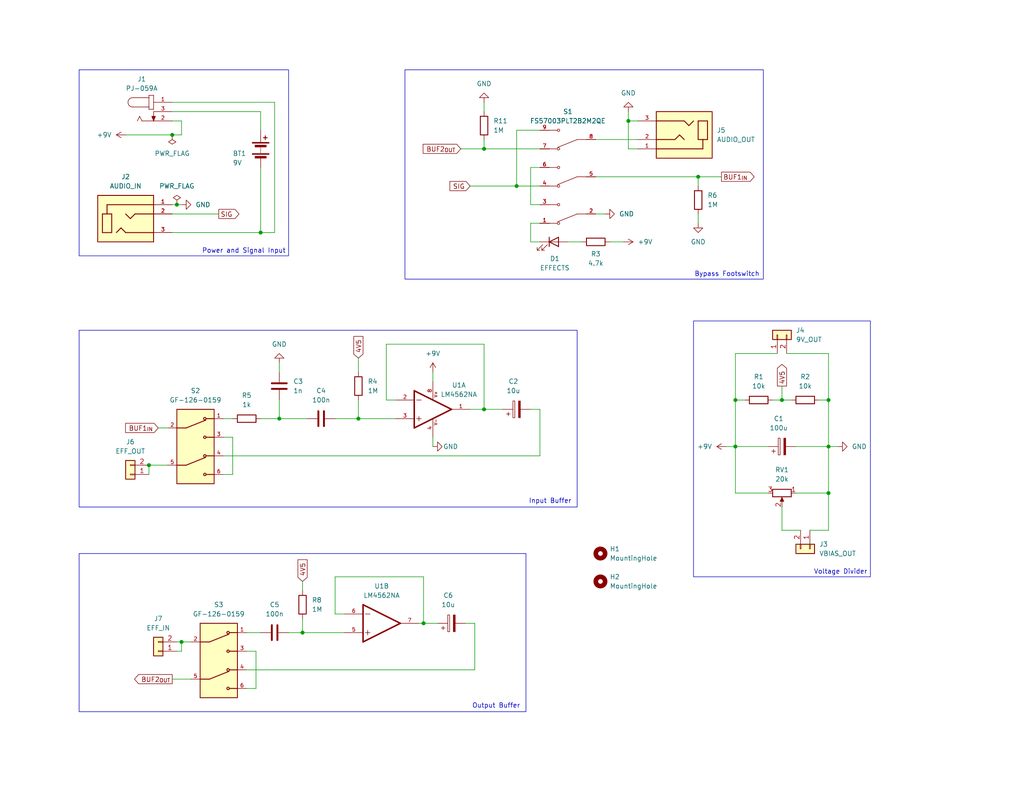
<source format=kicad_sch>
(kicad_sch (version 20231120) (generator "eeschema") (generator_version "8.0")
  (paper "USLetter")
  (title_block (title "ToanBread guitar pedal protyping platform ") (rev "v0.3") (company "Ghost Wrench, LLC"))
  (lib_symbols
    (symbol "Connector_Generic:Conn_01x02" (pin_names (offset 1.016) hide)
      (property "Reference" "J" (at 0 2.54 0))
      (property "Value" "Conn_01x02" (at 0 -5.08 0))
      (symbol "Conn_01x02_1_1"
        (rectangle (start -1.27 -2.413) (end 0 -2.667) (stroke (width 0.1524)))
        (rectangle (start -1.27 0.127) (end 0 -0.127) (stroke (width 0.1524)))
        (rectangle (start -1.27 1.27) (end 1.27 -3.81) (stroke (width 0.254)) (fill (type background)))
        (pin passive line (at -5.08 0 0) (length 3.81) (name "Pin_1") (number "1"))
        (pin passive line (at -5.08 -2.54 0) (length 3.81) (name "Pin_2") (number "2"))
      )
    )
    (symbol "Device:Battery" (pin_numbers hide) (pin_names (offset 0) hide)
      (property "Reference" "BT" (at 2.54 2.54 0))
      (property "Value" "Battery" (at 2.54 0 0))
      (symbol "Battery_0_1"
        (rectangle (start -2.286 -1.27) (end 2.286 -1.524) (fill (type outline)))
        (rectangle (start -2.286 1.778) (end 2.286 1.524) (fill (type outline)))
        (rectangle (start -1.524 -2.032) (end 1.524 -2.54) (fill (type outline)))
        (rectangle (start -1.524 1.016) (end 1.524 0.508) (fill (type outline)))
        (polyline (pts (xy 0 -1.016) (xy 0 -0.762)))
        (polyline (pts (xy 0 -0.508) (xy 0 -0.254)))
        (polyline (pts (xy 0 0) (xy 0 0.254)))
        (polyline (pts (xy 0 1.778) (xy 0 2.54)))
        (polyline (pts (xy 0.762 3.048) (xy 1.778 3.048)) (stroke (width 0.254)))
        (polyline (pts (xy 1.27 3.556) (xy 1.27 2.54)) (stroke (width 0.254)))
      )
      (symbol "Battery_1_1"
        (pin passive line (at 0 5.08 270) (length 2.54) (name "+") (number "1"))
        (pin passive line (at 0 -5.08 90) (length 2.54) (name "-") (number "2"))
      )
    )
    (symbol "Device:C" (pin_numbers hide) (pin_names (offset 0.254))
      (property "Reference" "C" (at 0.635 2.54 0))
      (property "Value" "C" (at 0.635 -2.54 0))
      (symbol "C_0_1"
        (polyline (pts (xy -2.032 -0.762) (xy 2.032 -0.762)) (stroke (width 0.508)))
        (polyline (pts (xy -2.032 0.762) (xy 2.032 0.762)) (stroke (width 0.508)))
      )
      (symbol "C_1_1"
        (pin passive line (at 0 3.81 270) (length 2.794) (name "~") (number "1"))
        (pin passive line (at 0 -3.81 90) (length 2.794) (name "~") (number "2"))
      )
    )
    (symbol "Device:C_Polarized" (pin_numbers hide) (pin_names (offset 0.254))
      (property "Reference" "C" (at 0.635 2.54 0))
      (property "Value" "C_Polarized" (at 0.635 -2.54 0))
      (symbol "C_Polarized_0_1"
        (rectangle (start -2.286 0.508) (end 2.286 1.016))
        (polyline (pts (xy -1.778 2.286) (xy -0.762 2.286)))
        (polyline (pts (xy -1.27 2.794) (xy -1.27 1.778)))
        (rectangle (start 2.286 -0.508) (end -2.286 -1.016) (fill (type outline)))
      )
      (symbol "C_Polarized_1_1"
        (pin passive line (at 0 3.81 270) (length 2.794) (name "~") (number "1"))
        (pin passive line (at 0 -3.81 90) (length 2.794) (name "~") (number "2"))
      )
    )
    (symbol "Device:LED" (pin_numbers hide) (pin_names (offset 1.016) hide)
      (property "Reference" "D" (at 0 2.54 0))
      (property "Value" "LED" (at 0 -2.54 0))
      (symbol "LED_0_1"
        (polyline (pts (xy -1.27 -1.27) (xy -1.27 1.27)) (stroke (width 0.254)))
        (polyline (pts (xy -1.27 0) (xy 1.27 0)))
        (polyline (pts (xy 1.27 -1.27) (xy 1.27 1.27) (xy -1.27 0) (xy 1.27 -1.27)) (stroke (width 0.254)))
        (polyline (pts (xy -3.048 -0.762) (xy -4.572 -2.286) (xy -3.81 -2.286) (xy -4.572 -2.286) (xy -4.572 -1.524)))
        (polyline (pts (xy -1.778 -0.762) (xy -3.302 -2.286) (xy -2.54 -2.286) (xy -3.302 -2.286) (xy -3.302 -1.524)))
      )
      (symbol "LED_1_1"
        (pin passive line (at -3.81 0 0) (length 2.54) (name "K") (number "1"))
        (pin passive line (at 3.81 0 180) (length 2.54) (name "A") (number "2"))
      )
    )
    (symbol "Device:R" (pin_numbers hide) (pin_names (offset 0))
      (property "Reference" "R" (at 2.032 0 90))
      (property "Value" "R" (at 0 0 90))
      (symbol "R_0_1"
        (rectangle (start -1.016 -2.54) (end 1.016 2.54) (stroke (width 0.254)))
      )
      (symbol "R_1_1"
        (pin passive line (at 0 3.81 270) (length 1.27) (name "~") (number "1"))
        (pin passive line (at 0 -3.81 90) (length 1.27) (name "~") (number "2"))
      )
    )
    (symbol "Device:R_Potentiometer" (pin_names (offset 1.016) hide)
      (property "Reference" "RV" (at -4.445 0 90))
      (property "Value" "R_Potentiometer" (at -2.54 0 90))
      (symbol "R_Potentiometer_0_1"
        (polyline (pts (xy 2.54 0) (xy 1.524 0)))
        (polyline (pts (xy 1.143 0) (xy 2.286 0.508) (xy 2.286 -0.508) (xy 1.143 0)) (fill (type outline)))
        (rectangle (start 1.016 2.54) (end -1.016 -2.54) (stroke (width 0.254)))
      )
      (symbol "R_Potentiometer_1_1"
        (pin passive line (at 0 3.81 270) (length 1.27) (name "1") (number "1"))
        (pin passive line (at 3.81 0 180) (length 1.27) (name "2") (number "2"))
        (pin passive line (at 0 -3.81 90) (length 1.27) (name "3") (number "3"))
      )
    )
    (symbol "Mechanical:MountingHole" (pin_names (offset 1.016)) (exclude_from_sim yes) (in_bom no)
      (property "Reference" "H" (at 0 5.08 0))
      (property "Value" "MountingHole" (at 0 3.175 0))
      (symbol "MountingHole_0_1"
        (circle (center 0 0) (radius 1.27) (stroke (width 1.27)))
      )
    )
    (symbol "ProjectSpecific:FS57003PLT2B2M2QE" (pin_names (offset 1.016))
      (property "Reference" "S" (at -2.54 15.24 0))
      (property "Value" "FS57003PLT2B2M2QE" (at -2.54 -15.24 0))
      (symbol "FS57003PLT2B2M2QE_0_0"
        (polyline (pts (xy -2.54 -10.16) (xy -5.08 -10.16)) (stroke (width 0.1524)))
        (polyline (pts (xy -2.54 -10.16) (xy 2.794 -8.0264)) (stroke (width 0.1524)))
        (polyline (pts (xy -2.54 0) (xy -5.08 0)) (stroke (width 0.1524)))
        (polyline (pts (xy -2.54 0) (xy 2.794 2.1336)) (stroke (width 0.1524)))
        (polyline (pts (xy -2.54 10.16) (xy -5.08 10.16)) (stroke (width 0.1524)))
        (polyline (pts (xy -2.54 10.16) (xy 2.794 12.2936)) (stroke (width 0.1524)))
        (polyline (pts (xy 5.08 -12.7) (xy 2.921 -12.7)) (stroke (width 0.1524)))
        (polyline (pts (xy 5.08 -7.62) (xy 2.921 -7.62)) (stroke (width 0.1524)))
        (polyline (pts (xy 5.08 -2.54) (xy 2.921 -2.54)) (stroke (width 0.1524)))
        (polyline (pts (xy 5.08 2.54) (xy 2.921 2.54)) (stroke (width 0.1524)))
        (polyline (pts (xy 5.08 7.62) (xy 2.921 7.62)) (stroke (width 0.1524)))
        (polyline (pts (xy 5.08 12.7) (xy 2.921 12.7)) (stroke (width 0.1524)))
        (circle (center 2.54 -12.7) (radius 0.3302) (stroke (width 0.1524)))
        (circle (center 2.54 -7.62) (radius 0.3302) (stroke (width 0.1524)))
        (circle (center 2.54 -2.54) (radius 0.3302) (stroke (width 0.1524)))
        (circle (center 2.54 2.54) (radius 0.3302) (stroke (width 0.1524)))
        (circle (center 2.54 7.62) (radius 0.3302) (stroke (width 0.1524)))
        (circle (center 2.54 12.7) (radius 0.3302) (stroke (width 0.1524)))
        (pin passive line (at 7.62 12.7 180) (length 2.54) (name "~") (number "1"))
        (pin passive line (at -7.62 10.16 0) (length 2.54) (name "~") (number "2"))
        (pin passive line (at 7.62 7.62 180) (length 2.54) (name "~") (number "3"))
        (pin passive line (at 7.62 2.54 180) (length 2.54) (name "~") (number "4"))
        (pin passive line (at -7.62 0 0) (length 2.54) (name "~") (number "5"))
        (pin passive line (at 7.62 -2.54 180) (length 2.54) (name "~") (number "6"))
        (pin passive line (at 7.62 -7.62 180) (length 2.54) (name "~") (number "7"))
        (pin passive line (at -7.62 -10.16 0) (length 2.54) (name "~") (number "8"))
        (pin passive line (at 7.62 -12.7 180) (length 2.54) (name "~") (number "9"))
      )
    )
    (symbol "ProjectSpecific:GF-126-0159" (pin_names (offset 1.016))
      (property "Reference" "S" (at -5.08 10.922 0))
      (property "Value" "GF-126-0159" (at -5.08 -12.7 0))
      (symbol "GF-126-0159_0_0"
        (rectangle (start -5.08 -10.16) (end 5.08 10.16) (stroke (width 0.254)) (fill (type background)))
        (polyline (pts (xy -2.54 -5.08) (xy -5.08 -5.08)) (stroke (width 0.254)))
        (polyline (pts (xy -2.54 -5.08) (xy 2.794 -2.9464)) (stroke (width 0.254)))
        (polyline (pts (xy -2.54 5.08) (xy -5.08 5.08)) (stroke (width 0.254)))
        (polyline (pts (xy -2.54 5.08) (xy 2.794 7.2136)) (stroke (width 0.254)))
        (polyline (pts (xy 5.08 -7.62) (xy 2.921 -7.62)) (stroke (width 0.254)))
        (polyline (pts (xy 5.08 -2.54) (xy 2.921 -2.54)) (stroke (width 0.254)))
        (polyline (pts (xy 5.08 2.54) (xy 2.921 2.54)) (stroke (width 0.254)))
        (polyline (pts (xy 5.08 7.62) (xy 2.921 7.62)) (stroke (width 0.254)))
        (circle (center 2.54 -7.62) (radius 0.3302) (stroke (width 0.254)))
        (circle (center 2.54 -2.54) (radius 0.3302) (stroke (width 0.254)))
        (circle (center 2.54 2.54) (radius 0.3302) (stroke (width 0.254)))
        (circle (center 2.54 7.62) (radius 0.3302) (stroke (width 0.254)))
        (pin passive line (at 7.62 7.62 180) (length 2.54) (name "~") (number "1"))
        (pin passive line (at -7.62 5.08 0) (length 2.54) (name "~") (number "2"))
        (pin passive line (at 7.62 2.54 180) (length 2.54) (name "~") (number "3"))
        (pin passive line (at 7.62 -2.54 180) (length 2.54) (name "~") (number "4"))
        (pin passive line (at -7.62 -5.08 0) (length 2.54) (name "~") (number "5"))
        (pin passive line (at 7.62 -7.62 180) (length 2.54) (name "~") (number "6"))
      )
    )
    (symbol "ProjectSpecific:LM4562NA" (pin_names (offset 1.016))
      (property "Reference" "U" (at 2.54 3.175 0))
      (property "Value" "LM4562NA" (at 2.54 -5.08 0))
      (symbol "LM4562NA_1_0"
        (polyline (pts (xy -5.08 -5.08) (xy 5.08 0)) (stroke (width 0.4064)))
        (polyline (pts (xy -5.08 5.08) (xy -5.08 -5.08)) (stroke (width 0.4064)))
        (polyline (pts (xy -4.445 -2.54) (xy -3.175 -2.54)) (stroke (width 0.1524)))
        (polyline (pts (xy -4.445 2.54) (xy -3.175 2.54)) (stroke (width 0.1524)))
        (polyline (pts (xy -3.81 -1.905) (xy -3.81 -3.175)) (stroke (width 0.1524)))
        (polyline (pts (xy 5.08 0) (xy -5.08 5.08)) (stroke (width 0.4064)))
        (text "V+" (at 1.27 3.175 900) (effects (font (size 0.8128 0.8128)) (justify left bottom)))
        (text "V-" (at 1.27 -4.445 900) (effects (font (size 0.8128 0.8128)) (justify left bottom)))
        (pin output line (at 10.16 0 180) (length 5.08) (name "~") (number "1"))
        (pin input line (at -10.16 2.54 0) (length 5.08) (name "~") (number "2"))
        (pin input line (at -10.16 -2.54 0) (length 5.08) (name "~") (number "3"))
        (pin power_in line (at 0 -7.62 90) (length 5.08) (name "~") (number "4"))
        (pin power_in line (at 0 7.62 270) (length 5.08) (name "~") (number "8"))
      )
      (symbol "LM4562NA_2_0"
        (polyline (pts (xy -5.08 -5.08) (xy 5.08 0)) (stroke (width 0.4064)))
        (polyline (pts (xy -5.08 5.08) (xy -5.08 -5.08)) (stroke (width 0.4064)))
        (polyline (pts (xy -4.445 -2.54) (xy -3.175 -2.54)) (stroke (width 0.1524)))
        (polyline (pts (xy -4.445 2.54) (xy -3.175 2.54)) (stroke (width 0.1524)))
        (polyline (pts (xy -3.81 -1.905) (xy -3.81 -3.175)) (stroke (width 0.1524)))
        (polyline (pts (xy 5.08 0) (xy -5.08 5.08)) (stroke (width 0.4064)))
        (pin input line (at -10.16 -2.54 0) (length 5.08) (name "~") (number "5"))
        (pin input line (at -10.16 2.54 0) (length 5.08) (name "~") (number "6"))
        (pin output line (at 10.16 0 180) (length 5.08) (name "~") (number "7"))
      )
    )
    (symbol "ProjectSpecific:PJ-059A" (pin_names (offset 1.016))
      (property "Reference" "J" (at -7.632 5.088 0))
      (property "Value" "PJ-059A" (at -7.6327 -5.0885 0))
      (symbol "PJ-059A_0_0"
        (arc (start -5.715 3.81) (mid -6.9794 2.54) (end -5.715 1.27) (stroke (width 0.1524)))
        (polyline (pts (xy -5.715 3.81) (xy -1.27 3.81)) (stroke (width 0.1524)))
        (polyline (pts (xy -3.81 -1.27) (xy -4.445 -2.54)) (stroke (width 0.1524)))
        (polyline (pts (xy -3.175 -2.54) (xy -3.81 -1.27)) (stroke (width 0.1524)))
        (polyline (pts (xy -1.27 0.635) (xy 0 0.635)) (stroke (width 0.1524)))
        (polyline (pts (xy -1.27 1.27) (xy -5.715 1.27)) (stroke (width 0.1524)))
        (polyline (pts (xy -1.27 1.27) (xy -1.27 0.635)) (stroke (width 0.1524)))
        (polyline (pts (xy -1.27 3.81) (xy -1.27 1.27)) (stroke (width 0.1524)))
        (polyline (pts (xy -1.27 4.445) (xy -1.27 3.81)) (stroke (width 0.1524)))
        (polyline (pts (xy 0 -2.54) (xy -3.175 -2.54)) (stroke (width 0.1524)))
        (polyline (pts (xy 0 0) (xy 0 -2.54)) (stroke (width 0.1524)))
        (polyline (pts (xy 0 0.635) (xy 0 4.445)) (stroke (width 0.1524)))
        (polyline (pts (xy 0 4.445) (xy -1.27 4.445)) (stroke (width 0.1524)))
        (polyline (pts (xy 0 -2.54) (xy -0.508 -1.27) (xy 0.508 -1.27) (xy 0 -2.54)) (stroke (width 0.1524)) (fill (type outline)))
        (pin passive line (at 5.08 2.54 180) (length 5.08) (name "~") (number "1"))
        (pin passive line (at 5.08 -2.54 180) (length 5.08) (name "~") (number "2"))
        (pin passive line (at 5.08 0 180) (length 5.08) (name "~") (number "3"))
      )
    )
    (symbol "ProjectSpecific:SJ-63053A" (pin_names (offset 1.016))
      (property "Reference" "J" (at -7.62 5.842 0))
      (property "Value" "SJ-63053A" (at -7.62 -8.382 0))
      (symbol "SJ-63053A_0_0"
        (rectangle (start -7.62 -7.62) (end 7.62 5.08) (stroke (width 0.254)) (fill (type background)))
        (polyline (pts (xy -6.35 -5.08) (xy -6.35 0)) (stroke (width 0.254)))
        (polyline (pts (xy -6.35 0) (xy -5.08 0)) (stroke (width 0.254)))
        (polyline (pts (xy -5.08 0) (xy -5.08 2.54)) (stroke (width 0.254)))
        (polyline (pts (xy -5.08 0) (xy -3.81 0)) (stroke (width 0.254)))
        (polyline (pts (xy -5.08 2.54) (xy 7.62 2.54)) (stroke (width 0.254)))
        (polyline (pts (xy -3.81 -5.08) (xy -6.35 -5.08)) (stroke (width 0.254)))
        (polyline (pts (xy -3.81 0) (xy -3.81 -5.08)) (stroke (width 0.254)))
        (polyline (pts (xy -2.54 -5.08) (xy -1.27 -3.81)) (stroke (width 0.254)))
        (polyline (pts (xy -1.27 -3.81) (xy 0 -5.08)) (stroke (width 0.254)))
        (polyline (pts (xy 0 -5.08) (xy 7.62 -5.08)) (stroke (width 0.254)))
        (polyline (pts (xy 0 0) (xy 1.27 -1.27)) (stroke (width 0.254)))
        (polyline (pts (xy 1.27 -1.27) (xy 2.54 0)) (stroke (width 0.254)))
        (polyline (pts (xy 2.54 0) (xy 7.62 0)) (stroke (width 0.254)))
        (pin passive line (at 12.7 2.54 180) (length 5.08) (name "~") (number "1"))
        (pin passive line (at 12.7 0 180) (length 5.08) (name "~") (number "2"))
        (pin passive line (at 12.7 -5.08 180) (length 5.08) (name "~") (number "3"))
      )
    )
    (symbol "power:+9V" (power) (pin_names (offset 0))
      (property "Value" "+9V" (at 0 3.556 0))
      (symbol "+9V_0_1"
        (polyline (pts (xy -0.762 1.27) (xy 0 2.54)))
        (polyline (pts (xy 0 0) (xy 0 2.54)))
        (polyline (pts (xy 0 2.54) (xy 0.762 1.27)))
      )
      (symbol "+9V_1_1"
        (pin power_in line (at 0 0 90) (length 0) hide (name "+9V") (number "1"))
      )
    )
    (symbol "power:GND" (power) (pin_names (offset 0))
      (property "Value" "GND" (at 0 -3.81 0))
      (symbol "GND_0_1"
        (polyline (pts (xy 0 0) (xy 0 -1.27) (xy 1.27 -1.27) (xy 0 -2.54) (xy -1.27 -1.27) (xy 0 -1.27)))
      )
      (symbol "GND_1_1"
        (pin power_in line (at 0 0 270) (length 0) hide (name "GND") (number "1"))
      )
    )
    (symbol "power:PWR_FLAG" (power) (pin_numbers hide) (pin_names (offset 0) hide)
      (property "Value" "PWR_FLAG" (at 0 3.81 0))
      (symbol "PWR_FLAG_0_0"
        (pin power_out line (at 0 0 90) (length 0) (name "pwr") (number "1"))
      )
      (symbol "PWR_FLAG_0_1"
        (polyline (pts (xy 0 0) (xy 0 1.27) (xy -1.016 1.905) (xy 0 2.54) (xy 1.016 1.905) (xy 0 1.27)))
      )
    )
  )
  (junction (at 132.08 111.76))
  (junction (at 48.26 55.88))
  (junction (at 40.64 127))
  (junction (at 226.06 121.92))
  (junction (at 115.57 170.18))
  (junction (at 46.99 36.83))
  (junction (at 82.55 172.72))
  (junction (at 213.36 109.22))
  (junction (at 76.2 114.3))
  (junction (at 97.79 114.3))
  (junction (at 140.97 50.8))
  (junction (at 71.12 63.5))
  (junction (at 49.53 175.26))
  (junction (at 200.66 121.92))
  (junction (at 190.5 48.26))
  (junction (at 226.06 109.22))
  (junction (at 132.08 40.64))
  (junction (at 200.66 109.22))
  (junction (at 171.45 33.02))
  (junction (at 226.06 134.62))
  (wire (pts (xy 140.97 50.8) (xy 140.97 35.56)))
  (wire (pts (xy 132.08 111.76) (xy 132.08 93.98)))
  (wire (pts (xy 82.55 172.72) (xy 93.98 172.72)))
  (wire (pts (xy 115.57 170.18) (xy 119.38 170.18)))
  (wire (pts (xy 46.99 55.88) (xy 48.26 55.88)))
  (wire (pts (xy 82.55 168.91) (xy 82.55 172.72)))
  (wire (pts (xy 127 170.18) (xy 129.54 170.18)))
  (wire (pts (xy 226.06 134.62) (xy 226.06 121.92)))
  (wire (pts (xy 71.12 45.72) (xy 71.12 63.5)))
  (wire (pts (xy 226.06 96.52) (xy 226.06 109.22)))
  (wire (pts (xy 147.32 124.46) (xy 60.96 124.46)))
  (wire (pts (xy 46.99 63.5) (xy 71.12 63.5)))
  (wire (pts (xy 200.66 121.92) (xy 209.55 121.92)))
  (wire (pts (xy 144.78 55.88) (xy 147.32 55.88)))
  (wire (pts (xy 114.3 170.18) (xy 115.57 170.18)))
  (wire (pts (xy 162.56 38.1) (xy 173.99 38.1)))
  (wire (pts (xy 213.36 109.22) (xy 215.9 109.22)))
  (wire (pts (xy 132.08 93.98) (xy 105.41 93.98)))
  (wire (pts (xy 60.96 119.38) (xy 63.5 119.38)))
  (wire (pts (xy 48.26 177.8) (xy 49.53 177.8)))
  (wire (pts (xy 69.85 177.8) (xy 69.85 187.96)))
  (wire (pts (xy 171.45 40.64) (xy 171.45 33.02)))
  (wire (pts (xy 97.79 109.22) (xy 97.79 114.3)))
  (wire (pts (xy 46.99 27.94) (xy 74.93 27.94)))
  (wire (pts (xy 67.31 172.72) (xy 71.12 172.72)))
  (wire (pts (xy 154.94 66.04) (xy 158.75 66.04)))
  (wire (pts (xy 218.44 144.78) (xy 213.36 144.78)))
  (wire (pts (xy 226.06 121.92) (xy 228.6 121.92)))
  (wire (pts (xy 46.99 58.42) (xy 59.69 58.42)))
  (wire (pts (xy 217.17 121.92) (xy 226.06 121.92)))
  (wire (pts (xy 147.32 60.96) (xy 144.78 60.96)))
  (wire (pts (xy 71.12 30.48) (xy 71.12 35.56)))
  (wire (pts (xy 63.5 129.54) (xy 60.96 129.54)))
  (wire (pts (xy 49.53 36.83) (xy 46.99 36.83)))
  (wire (pts (xy 129.54 182.88) (xy 67.31 182.88)))
  (wire (pts (xy 190.5 48.26) (xy 196.85 48.26)))
  (wire (pts (xy 67.31 177.8) (xy 69.85 177.8)))
  (wire (pts (xy 166.37 66.04) (xy 170.18 66.04)))
  (wire (pts (xy 162.56 48.26) (xy 190.5 48.26)))
  (wire (pts (xy 76.2 114.3) (xy 76.2 109.22)))
  (wire (pts (xy 200.66 96.52) (xy 200.66 109.22)))
  (wire (pts (xy 46.99 36.83) (xy 34.29 36.83)))
  (wire (pts (xy 48.26 175.26) (xy 49.53 175.26)))
  (wire (pts (xy 40.64 127) (xy 40.64 129.54)))
  (wire (pts (xy 74.93 27.94) (xy 74.93 63.5)))
  (wire (pts (xy 76.2 99.06) (xy 76.2 101.6)))
  (wire (pts (xy 190.5 48.26) (xy 190.5 50.8)))
  (wire (pts (xy 200.66 109.22) (xy 200.66 121.92)))
  (wire (pts (xy 144.78 111.76) (xy 147.32 111.76)))
  (wire (pts (xy 226.06 109.22) (xy 226.06 121.92)))
  (wire (pts (xy 220.98 144.78) (xy 226.06 144.78)))
  (wire (pts (xy 200.66 134.62) (xy 200.66 121.92)))
  (wire (pts (xy 128.27 50.8) (xy 140.97 50.8)))
  (wire (pts (xy 173.99 40.64) (xy 171.45 40.64)))
  (wire (pts (xy 91.44 157.48) (xy 91.44 167.64)))
  (wire (pts (xy 147.32 50.8) (xy 140.97 50.8)))
  (wire (pts (xy 147.32 111.76) (xy 147.32 124.46)))
  (wire (pts (xy 198.12 121.92) (xy 200.66 121.92)))
  (wire (pts (xy 214.63 96.52) (xy 226.06 96.52)))
  (wire (pts (xy 63.5 119.38) (xy 63.5 129.54)))
  (wire (pts (xy 71.12 114.3) (xy 76.2 114.3)))
  (wire (pts (xy 91.44 114.3) (xy 97.79 114.3)))
  (wire (pts (xy 40.64 127) (xy 45.72 127)))
  (wire (pts (xy 91.44 167.64) (xy 93.98 167.64)))
  (wire (pts (xy 49.53 175.26) (xy 52.07 175.26)))
  (wire (pts (xy 118.11 101.6) (xy 118.11 104.14)))
  (wire (pts (xy 213.36 105.41) (xy 213.36 109.22)))
  (wire (pts (xy 49.53 177.8) (xy 49.53 175.26)))
  (wire (pts (xy 115.57 170.18) (xy 115.57 157.48)))
  (wire (pts (xy 83.82 114.3) (xy 76.2 114.3)))
  (wire (pts (xy 140.97 35.56) (xy 147.32 35.56)))
  (wire (pts (xy 226.06 134.62) (xy 226.06 144.78)))
  (wire (pts (xy 82.55 158.75) (xy 82.55 161.29)))
  (wire (pts (xy 105.41 93.98) (xy 105.41 109.22)))
  (wire (pts (xy 115.57 157.48) (xy 91.44 157.48)))
  (wire (pts (xy 105.41 109.22) (xy 107.95 109.22)))
  (wire (pts (xy 97.79 97.79) (xy 97.79 101.6)))
  (wire (pts (xy 132.08 111.76) (xy 137.16 111.76)))
  (wire (pts (xy 144.78 66.04) (xy 147.32 66.04)))
  (wire (pts (xy 60.96 114.3) (xy 63.5 114.3)))
  (wire (pts (xy 171.45 33.02) (xy 173.99 33.02)))
  (wire (pts (xy 210.82 109.22) (xy 213.36 109.22)))
  (wire (pts (xy 213.36 138.43) (xy 213.36 144.78)))
  (wire (pts (xy 49.53 33.02) (xy 49.53 36.83)))
  (wire (pts (xy 147.32 45.72) (xy 144.78 45.72)))
  (wire (pts (xy 46.99 185.42) (xy 52.07 185.42)))
  (wire (pts (xy 144.78 60.96) (xy 144.78 66.04)))
  (wire (pts (xy 78.74 172.72) (xy 82.55 172.72)))
  (wire (pts (xy 209.55 134.62) (xy 200.66 134.62)))
  (wire (pts (xy 46.99 33.02) (xy 49.53 33.02)))
  (wire (pts (xy 190.5 58.42) (xy 190.5 60.96)))
  (wire (pts (xy 212.09 96.52) (xy 200.66 96.52)))
  (wire (pts (xy 128.27 111.76) (xy 132.08 111.76)))
  (wire (pts (xy 125.73 40.64) (xy 132.08 40.64)))
  (wire (pts (xy 132.08 38.1) (xy 132.08 40.64)))
  (wire (pts (xy 43.18 116.84) (xy 45.72 116.84)))
  (wire (pts (xy 129.54 170.18) (xy 129.54 182.88)))
  (wire (pts (xy 132.08 27.94) (xy 132.08 30.48)))
  (wire (pts (xy 71.12 63.5) (xy 74.93 63.5)))
  (wire (pts (xy 132.08 40.64) (xy 147.32 40.64)))
  (wire (pts (xy 144.78 45.72) (xy 144.78 55.88)))
  (wire (pts (xy 118.11 119.38) (xy 118.11 121.92)))
  (wire (pts (xy 46.99 30.48) (xy 71.12 30.48)))
  (wire (pts (xy 48.26 55.88) (xy 49.53 55.88)))
  (wire (pts (xy 203.2 109.22) (xy 200.66 109.22)))
  (wire (pts (xy 69.85 187.96) (xy 67.31 187.96)))
  (wire (pts (xy 223.52 109.22) (xy 226.06 109.22)))
  (wire (pts (xy 217.17 134.62) (xy 226.06 134.62)))
  (wire (pts (xy 171.45 33.02) (xy 171.45 30.48)))
  (wire (pts (xy 97.79 114.3) (xy 107.95 114.3)))
  (wire (pts (xy 162.56 58.42) (xy 165.1 58.42)))
  (rectangle (start 21.59 90.17) (end 157.48 138.43))
  (rectangle (start 21.59 151.13) (end 143.51 194.31))
  (rectangle (start 21.59 19.05) (end 78.74 69.85))
  (rectangle (start 189.23 87.63) (end 237.49 157.48))
  (rectangle (start 110.49 19.05) (end 208.28 76.2))
  (text "Power and Signal Input" (at 66.548 68.58 0) (effects (font (size 1.27 1.27))))
  (text "Input Buffer" (at 150.114 136.906 0) (effects (font (size 1.27 1.27))))
  (text "Output Buffer" (at 135.382 192.786 0) (effects (font (size 1.27 1.27))))
  (text "Bypass Footswitch" (at 198.374 74.93 0) (effects (font (size 1.27 1.27))))
  (text "Voltage Divider" (at 229.362 156.21 0) (effects (font (size 1.27 1.27))))
  (global_label "4V5" (shape input) (at 82.55 158.75 90) (property "Intersheetrefs" "${INTERSHEET_REFS}" (effects (hide yes))))
  (global_label "BUF1_{IN}" (shape input) (at 43.18 116.84 180) (property "Intersheetrefs" "${INTERSHEET_REFS}" (effects (hide yes))))
  (global_label "4V5" (shape input) (at 97.79 97.79 90) (property "Intersheetrefs" "${INTERSHEET_REFS}" (effects (hide yes))))
  (global_label "BUF1_{IN}" (shape output) (at 196.85 48.26 0) (property "Intersheetrefs" "${INTERSHEET_REFS}" (effects (hide yes))))
  (global_label "4V5" (shape output) (at 213.36 105.41 90) (property "Intersheetrefs" "${INTERSHEET_REFS}" (effects (hide yes))))
  (global_label "BUF2_{OUT}" (shape output) (at 46.99 185.42 180) (property "Intersheetrefs" "${INTERSHEET_REFS}" (effects (hide yes))))
  (global_label "SIG" (shape input) (at 128.27 50.8 180) (property "Intersheetrefs" "${INTERSHEET_REFS}" (effects (hide yes))))
  (global_label "SIG" (shape output) (at 59.69 58.42 0) (property "Intersheetrefs" "${INTERSHEET_REFS}" (effects (hide yes))))
  (global_label "BUF2_{OUT}" (shape input) (at 125.73 40.64 180) (property "Intersheetrefs" "${INTERSHEET_REFS}" (effects (hide yes))))
  (symbol (lib_id "power:GND") (at 165.1 58.42 90) (unit 1)
    (property "Reference" "#PWR05" (effects (hide yes)))
    (property "Value" "GND" (at 168.91 58.4199 90) (effects (justify right)))
    (property "Description" "Power symbol creates a global label with name \"GND\" , ground" (effects (hide yes)))
  )
  (symbol (lib_id "ProjectSpecific:PJ-059A") (at 41.91 30.48 0) (unit 1)
    (property "Reference" "J1" (at 38.6743 21.59 0))
    (property "Value" "PJ-059A" (at 38.6743 24.13 0))
    (property "Footprint" "ProjectSpecific:CUI_PJ-059A" (effects (hide yes)))
    (property "PARTREV" "1.02" (effects (hide yes)))
    (property "STANDARD" "Manufacturer recommendations" (effects (hide yes)))
    (property "MANUFACTURER" "CUI INC" (effects (hide yes)))
  )
  (symbol (lib_id "Connector_Generic:Conn_01x02") (at 43.18 177.8 180) (unit 1)
    (property "Reference" "J7" (at 43.18 168.91 0))
    (property "Value" "EFF_IN" (at 43.18 171.45 0))
    (property "Footprint" "Connector_PinHeader_2.54mm:PinHeader_1x02_P2.54mm_Vertical" (effects (hide yes)))
    (property "Description" "Generic connector, single row, 01x02, script generated (kicad-library-utils/schlib/autogen/connector/)" (effects (hide yes)))
  )
  (symbol (lib_id "Connector_Generic:Conn_01x02") (at 212.09 91.44 90) (unit 1)
    (property "Reference" "J4" (at 217.17 90.1699 90) (effects (justify right)))
    (property "Value" "9V_OUT" (at 217.17 92.7099 90) (effects (justify right)))
    (property "Footprint" "Connector_PinHeader_2.54mm:PinHeader_1x02_P2.54mm_Vertical" (effects (hide yes)))
    (property "Description" "Generic connector, single row, 01x02, script generated (kicad-library-utils/schlib/autogen/connector/)" (effects (hide yes)))
  )
  (symbol (lib_id "Device:Battery") (at 71.12 40.64 0) (unit 1)
    (property "Reference" "BT1" (at 63.5 41.91 0) (effects (justify left)))
    (property "Value" "9V" (at 63.5 44.45 0) (effects (justify left)))
    (property "Footprint" "Connector_PinHeader_2.54mm:PinHeader_1x02_P2.54mm_Vertical" (effects (hide yes)))
    (property "Description" "Multiple-cell battery" (effects (hide yes)))
  )
  (symbol (lib_id "Device:C_Polarized") (at 213.36 121.92 90) (unit 1)
    (property "Reference" "C1" (at 212.471 114.3 90))
    (property "Value" "100u" (at 212.471 116.84 90))
    (property "Footprint" "Capacitor_THT:CP_Radial_D5.0mm_P2.00mm" (effects (hide yes)))
    (property "Description" "Polarized capacitor" (effects (hide yes)))
  )
  (symbol (lib_id "ProjectSpecific:SJ-63053A") (at 34.29 58.42 0) (unit 1)
    (property "Reference" "J2" (at 34.29 48.26 0))
    (property "Value" "AUDIO_IN" (at 34.29 50.8 0))
    (property "Footprint" "ProjectSpecific:CUI_SJ-63053A" (effects (hide yes)))
    (property "PARTREV" "1.0" (effects (hide yes)))
    (property "STANDARD" "Manufacturer Recommendations" (effects (hide yes)))
    (property "MAXIMUM_PACKAGE_HEIGHT" "12.5mm" (effects (hide yes)))
    (property "MANUFACTURER" "CUI Devices" (effects (hide yes)))
  )
  (symbol (lib_id "ProjectSpecific:GF-126-0159") (at 53.34 121.92 0) (unit 1)
    (property "Reference" "S2" (at 53.34 106.68 0))
    (property "Value" "GF-126-0159" (at 53.34 109.22 0))
    (property "Footprint" "ProjectSpecific:SW_GF-126-0159" (effects (hide yes)))
    (property "MF" "CW Industries" (effects (hide yes)))
    (property "Purchase-URL" "https://pricing.snapeda.com/search/part/GF-126-0159/?ref=eda" (effects (hide yes)))
    (property "Package" "None" (effects (hide yes)))
    (property "Price" "None" (effects (hide yes)))
    (property "MP" "GF-126-0159" (effects (hide yes)))
    (property "Availability" "In Stock" (effects (hide yes)))
    (property "Description_1" "Slide Switch DPDT Through Hole" (effects (hide yes)))
  )
  (symbol (lib_id "Device:R_Potentiometer") (at 213.36 134.62 270) (unit 1)
    (property "Reference" "RV1" (at 213.36 128.27 90))
    (property "Value" "20k" (at 213.36 130.81 90))
    (property "Footprint" "ProjectSpecific:PTN16-A20120K1B1" (effects (hide yes)))
    (property "Description" "Potentiometer" (effects (hide yes)))
  )
  (symbol (lib_id "power:GND") (at 49.53 55.88 90) (unit 1)
    (property "Reference" "#PWR02" (effects (hide yes)))
    (property "Value" "GND" (at 53.34 55.8799 90) (effects (justify right)))
    (property "Description" "Power symbol creates a global label with name \"GND\" , ground" (effects (hide yes)))
  )
  (symbol (lib_id "Mechanical:MountingHole") (at 163.83 158.75 0) (unit 1) (exclude_from_sim yes) (in_bom no)
    (property "Reference" "H2" (at 166.37 157.4799 0) (effects (justify left)))
    (property "Value" "MountingHole" (at 166.37 160.0199 0) (effects (justify left)))
    (property "Footprint" "MountingHole:MountingHole_3.2mm_M3_DIN965" (effects (hide yes)))
    (property "Description" "Mounting Hole without connection" (effects (hide yes)))
  )
  (symbol (lib_id "Device:R") (at 67.31 114.3 90) (unit 1)
    (property "Reference" "R5" (at 67.31 107.95 90))
    (property "Value" "1k" (at 67.31 110.49 90))
    (property "Footprint" "Resistor_THT:R_Axial_DIN0207_L6.3mm_D2.5mm_P7.62mm_Horizontal" (effects (hide yes)))
    (property "Description" "Resistor" (effects (hide yes)))
  )
  (symbol (lib_id "power:PWR_FLAG") (at 46.99 36.83 180) (unit 1)
    (property "Reference" "#FLG01" (effects (hide yes)))
    (property "Value" "PWR_FLAG" (at 46.99 41.91 0))
    (property "Description" "Special symbol for telling ERC where power comes from" (effects (hide yes)))
  )
  (symbol (lib_id "Device:R") (at 82.55 165.1 0) (unit 1)
    (property "Reference" "R8" (at 85.09 163.8299 0) (effects (justify left)))
    (property "Value" "1M" (at 85.09 166.3699 0) (effects (justify left)))
    (property "Footprint" "Resistor_THT:R_Axial_DIN0207_L6.3mm_D2.5mm_P7.62mm_Horizontal" (effects (hide yes)))
    (property "Description" "Resistor" (effects (hide yes)))
  )
  (symbol (lib_id "ProjectSpecific:SJ-63053A") (at 186.69 38.1 180) (unit 1)
    (property "Reference" "J5" (at 195.58 35.5599 0) (effects (justify right)))
    (property "Value" "AUDIO_OUT" (at 195.58 38.0999 0) (effects (justify right)))
    (property "Footprint" "ProjectSpecific:CUI_SJ-63053A" (effects (hide yes)))
    (property "PARTREV" "1.0" (effects (hide yes)))
    (property "STANDARD" "Manufacturer Recommendations" (effects (hide yes)))
    (property "MAXIMUM_PACKAGE_HEIGHT" "12.5mm" (effects (hide yes)))
    (property "MANUFACTURER" "CUI Devices" (effects (hide yes)))
  )
  (symbol (lib_id "power:+9V") (at 170.18 66.04 270) (unit 1)
    (property "Reference" "#PWR07" (effects (hide yes)))
    (property "Value" "+9V" (at 173.99 66.0399 90) (effects (justify left)))
    (property "Description" "Power symbol creates a global label with name \"+9V\"" (effects (hide yes)))
  )
  (symbol (lib_id "Device:R") (at 162.56 66.04 90) (unit 1)
    (property "Reference" "R3" (at 162.56 69.342 90))
    (property "Value" "4.7k" (at 162.56 71.882 90))
    (property "Footprint" "Resistor_THT:R_Axial_DIN0207_L6.3mm_D2.5mm_P7.62mm_Horizontal" (effects (hide yes)))
    (property "Description" "Resistor" (effects (hide yes)))
  )
  (symbol (lib_id "Device:C_Polarized") (at 123.19 170.18 90) (unit 1)
    (property "Reference" "C6" (at 122.301 162.56 90))
    (property "Value" "10u" (at 122.301 165.1 90))
    (property "Footprint" "Capacitor_THT:CP_Radial_D5.0mm_P2.00mm" (effects (hide yes)))
    (property "Description" "Polarized capacitor" (effects (hide yes)))
  )
  (symbol (lib_id "Device:LED") (at 151.13 66.04 0) (unit 1)
    (property "Reference" "D1" (at 151.384 70.612 0))
    (property "Value" "EFFECTS" (at 151.384 73.152 0))
    (property "Footprint" "LED_THT:LED_D5.0mm" (effects (hide yes)))
    (property "Description" "Light emitting diode" (effects (hide yes)))
  )
  (symbol (lib_id "power:PWR_FLAG") (at 48.26 55.88 0) (unit 1)
    (property "Reference" "#FLG02" (effects (hide yes)))
    (property "Value" "PWR_FLAG" (at 48.26 50.8 0))
    (property "Description" "Special symbol for telling ERC where power comes from" (effects (hide yes)))
  )
  (symbol (lib_id "Connector_Generic:Conn_01x02") (at 35.56 129.54 180) (unit 1)
    (property "Reference" "J6" (at 35.56 120.65 0))
    (property "Value" "EFF_OUT" (at 35.56 123.19 0))
    (property "Footprint" "Connector_PinHeader_2.54mm:PinHeader_1x02_P2.54mm_Vertical" (effects (hide yes)))
    (property "Description" "Generic connector, single row, 01x02, script generated (kicad-library-utils/schlib/autogen/connector/)" (effects (hide yes)))
  )
  (symbol (lib_id "Device:R") (at 190.5 54.61 0) (unit 1)
    (property "Reference" "R6" (at 193.04 53.3399 0) (effects (justify left)))
    (property "Value" "1M" (at 193.04 55.8799 0) (effects (justify left)))
    (property "Footprint" "Resistor_THT:R_Axial_DIN0207_L6.3mm_D2.5mm_P7.62mm_Horizontal" (effects (hide yes)))
    (property "Description" "Resistor" (effects (hide yes)))
  )
  (symbol (lib_id "power:GND") (at 76.2 99.06 180) (unit 1)
    (property "Reference" "#PWR011" (effects (hide yes)))
    (property "Value" "GND" (at 76.2 93.98 0))
    (property "Description" "Power symbol creates a global label with name \"GND\" , ground" (effects (hide yes)))
  )
  (symbol (lib_id "Device:R") (at 207.01 109.22 90) (unit 1)
    (property "Reference" "R1" (at 207.01 102.87 90))
    (property "Value" "10k" (at 207.01 105.41 90))
    (property "Footprint" "Resistor_THT:R_Axial_DIN0207_L6.3mm_D2.5mm_P7.62mm_Horizontal" (effects (hide yes)))
    (property "Description" "Resistor" (effects (hide yes)))
  )
  (symbol (lib_id "power:+9V") (at 118.11 101.6 0) (unit 1)
    (property "Reference" "#PWR08" (effects (hide yes)))
    (property "Value" "+9V" (at 118.11 96.52 0))
    (property "Description" "Power symbol creates a global label with name \"+9V\"" (effects (hide yes)))
  )
  (symbol (lib_id "Device:C_Polarized") (at 140.97 111.76 90) (unit 1)
    (property "Reference" "C2" (at 140.081 104.14 90))
    (property "Value" "10u" (at 140.081 106.68 90))
    (property "Footprint" "Capacitor_THT:CP_Radial_D5.0mm_P2.00mm" (effects (hide yes)))
    (property "Description" "Polarized capacitor" (effects (hide yes)))
  )
  (symbol (lib_id "power:GND") (at 118.11 121.92 90) (unit 1)
    (property "Reference" "#PWR09" (effects (hide yes)))
    (property "Value" "GND" (at 120.904 121.92 90) (effects (justify right)))
    (property "Description" "Power symbol creates a global label with name \"GND\" , ground" (effects (hide yes)))
  )
  (symbol (lib_id "ProjectSpecific:FS57003PLT2B2M2QE") (at 154.94 48.26 180) (unit 1)
    (property "Reference" "S1" (at 154.94 30.48 0))
    (property "Value" "FS57003PLT2B2M2QE" (at 154.94 33.02 0))
    (property "Footprint" "ProjectSpecific:SW_FS57003PLT2B2M2QE" (effects (hide yes)))
    (property "PARTREV" "4.2.2018" (effects (hide yes)))
    (property "STANDARD" "Manufacturer Recommendations" (effects (hide yes)))
    (property "SNAPEDA_PN" "FS57003PLT2B2M2QE" (effects (hide yes)))
    (property "MAXIMUM_PACKAGE_HEIGHT" "38.2mm" (effects (hide yes)))
    (property "MANUFACTURER" "E-Switch" (effects (hide yes)))
  )
  (symbol (lib_id "Device:R") (at 219.71 109.22 90) (unit 1)
    (property "Reference" "R2" (at 219.71 102.87 90))
    (property "Value" "10k" (at 219.71 105.41 90))
    (property "Footprint" "Resistor_THT:R_Axial_DIN0207_L6.3mm_D2.5mm_P7.62mm_Horizontal" (effects (hide yes)))
    (property "Description" "Resistor" (effects (hide yes)))
  )
  (symbol (lib_id "Mechanical:MountingHole") (at 163.83 151.13 0) (unit 1) (exclude_from_sim yes) (in_bom no)
    (property "Reference" "H1" (at 166.37 149.8599 0) (effects (justify left)))
    (property "Value" "MountingHole" (at 166.37 152.3999 0) (effects (justify left)))
    (property "Footprint" "MountingHole:MountingHole_3.2mm_M3_DIN965" (effects (hide yes)))
    (property "Description" "Mounting Hole without connection" (effects (hide yes)))
  )
  (symbol (lib_id "power:GND") (at 228.6 121.92 90) (unit 1)
    (property "Reference" "#PWR04" (effects (hide yes)))
    (property "Value" "GND" (at 232.41 121.9199 90) (effects (justify right)))
    (property "Description" "Power symbol creates a global label with name \"GND\" , ground" (effects (hide yes)))
  )
  (symbol (lib_id "Device:R") (at 132.08 34.29 0) (unit 1)
    (property "Reference" "R11" (at 134.62 33.0199 0) (effects (justify left)))
    (property "Value" "1M" (at 134.62 35.5599 0) (effects (justify left)))
    (property "Footprint" "Resistor_THT:R_Axial_DIN0207_L6.3mm_D2.5mm_P7.62mm_Horizontal" (effects (hide yes)))
    (property "Description" "Resistor" (effects (hide yes)))
  )
  (symbol (lib_id "Device:R") (at 97.79 105.41 0) (unit 1)
    (property "Reference" "R4" (at 100.33 104.1399 0) (effects (justify left)))
    (property "Value" "1M" (at 100.33 106.6799 0) (effects (justify left)))
    (property "Footprint" "Resistor_THT:R_Axial_DIN0207_L6.3mm_D2.5mm_P7.62mm_Horizontal" (effects (hide yes)))
    (property "Description" "Resistor" (effects (hide yes)))
  )
  (symbol (lib_id "Connector_Generic:Conn_01x02") (at 220.98 149.86 270) (unit 1)
    (property "Reference" "J3" (at 223.52 148.5899 90) (effects (justify left)))
    (property "Value" "VBIAS_OUT" (at 223.52 151.1299 90) (effects (justify left)))
    (property "Footprint" "Connector_PinHeader_2.54mm:PinHeader_1x02_P2.54mm_Vertical" (effects (hide yes)))
    (property "Description" "Generic connector, single row, 01x02, script generated (kicad-library-utils/schlib/autogen/connector/)" (effects (hide yes)))
  )
  (symbol (lib_id "Device:C") (at 87.63 114.3 90) (unit 1)
    (property "Reference" "C4" (at 87.63 106.68 90))
    (property "Value" "100n" (at 87.63 109.22 90))
    (property "Footprint" "Capacitor_THT:C_Rect_L7.0mm_W2.5mm_P5.00mm" (effects (hide yes)))
    (property "Description" "Unpolarized capacitor" (effects (hide yes)))
  )
  (symbol (lib_id "power:GND") (at 190.5 60.96 0) (unit 1)
    (property "Reference" "#PWR010" (effects (hide yes)))
    (property "Value" "GND" (at 190.5 66.04 0))
    (property "Description" "Power symbol creates a global label with name \"GND\" , ground" (effects (hide yes)))
  )
  (symbol (lib_id "ProjectSpecific:GF-126-0159") (at 59.69 180.34 0) (unit 1)
    (property "Reference" "S3" (at 59.69 165.1 0))
    (property "Value" "GF-126-0159" (at 59.69 167.64 0))
    (property "Footprint" "ProjectSpecific:SW_GF-126-0159" (effects (hide yes)))
    (property "MF" "CW Industries" (effects (hide yes)))
    (property "Purchase-URL" "https://pricing.snapeda.com/search/part/GF-126-0159/?ref=eda" (effects (hide yes)))
    (property "Package" "None" (effects (hide yes)))
    (property "Price" "None" (effects (hide yes)))
    (property "MP" "GF-126-0159" (effects (hide yes)))
    (property "Availability" "In Stock" (effects (hide yes)))
    (property "Description_1" "Slide Switch DPDT Through Hole" (effects (hide yes)))
  )
  (symbol (lib_id "power:GND") (at 171.45 30.48 180) (unit 1)
    (property "Reference" "#PWR06" (effects (hide yes)))
    (property "Value" "GND" (at 171.45 25.4 0))
    (property "Description" "Power symbol creates a global label with name \"GND\" , ground" (effects (hide yes)))
  )
  (symbol (lib_id "power:+9V") (at 198.12 121.92 90) (unit 1)
    (property "Reference" "#PWR03" (effects (hide yes)))
    (property "Value" "+9V" (at 194.31 121.9199 90) (effects (justify left)))
    (property "Description" "Power symbol creates a global label with name \"+9V\"" (effects (hide yes)))
  )
  (symbol (lib_id "Device:C") (at 74.93 172.72 90) (unit 1)
    (property "Reference" "C5" (at 74.93 165.1 90))
    (property "Value" "100n" (at 74.93 167.64 90))
    (property "Footprint" "Capacitor_THT:C_Rect_L7.0mm_W2.5mm_P5.00mm" (effects (hide yes)))
    (property "Description" "Unpolarized capacitor" (effects (hide yes)))
  )
  (symbol (lib_id "ProjectSpecific:LM4562NA") (at 104.14 170.18 0) (unit 2)
    (property "Reference" "U1" (at 104.14 160.02 0))
    (property "Value" "LM4562NA" (at 104.14 162.56 0))
    (property "Footprint" "ProjectSpecific:DIP794W45P254L959H508Q8" (effects (hide yes)))
    (property "PARTREV" "K" (effects (hide yes)))
    (property "MANUFACTURER" "Texas Instruments" (effects (hide yes)))
    (property "MAXIMUM_PACKAGE_HEIGHT" "5.08 mm" (effects (hide yes)))
    (property "STANDARD" "IPC 7351B" (effects (hide yes)))
  )
  (symbol (lib_id "Device:C") (at 76.2 105.41 0) (unit 1)
    (property "Reference" "C3" (at 80.01 104.1399 0) (effects (justify left)))
    (property "Value" "1n" (at 80.01 106.6799 0) (effects (justify left)))
    (property "Footprint" "Capacitor_THT:C_Rect_L7.0mm_W2.5mm_P5.00mm" (effects (hide yes)))
    (property "Description" "Unpolarized capacitor" (effects (hide yes)))
  )
  (symbol (lib_id "power:GND") (at 132.08 27.94 180) (unit 1)
    (property "Reference" "#PWR015" (effects (hide yes)))
    (property "Value" "GND" (at 132.08 22.86 0))
    (property "Description" "Power symbol creates a global label with name \"GND\" , ground" (effects (hide yes)))
  )
  (symbol (lib_id "ProjectSpecific:LM4562NA") (at 118.11 111.76 0) (unit 1)
    (property "Reference" "U1" (at 125.222 105.156 0))
    (property "Value" "LM4562NA" (at 125.222 107.696 0))
    (property "Footprint" "ProjectSpecific:DIP794W45P254L959H508Q8" (effects (hide yes)))
    (property "PARTREV" "K" (effects (hide yes)))
    (property "MANUFACTURER" "Texas Instruments" (effects (hide yes)))
    (property "MAXIMUM_PACKAGE_HEIGHT" "5.08 mm" (effects (hide yes)))
    (property "STANDARD" "IPC 7351B" (effects (hide yes)))
  )
  (symbol (lib_id "power:+9V") (at 34.29 36.83 90) (unit 1)
    (property "Reference" "#PWR01" (effects (hide yes)))
    (property "Value" "+9V" (at 30.48 36.8299 90) (effects (justify left)))
    (property "Description" "Power symbol creates a global label with name \"+9V\"" (effects (hide yes)))
  )
)
</source>
